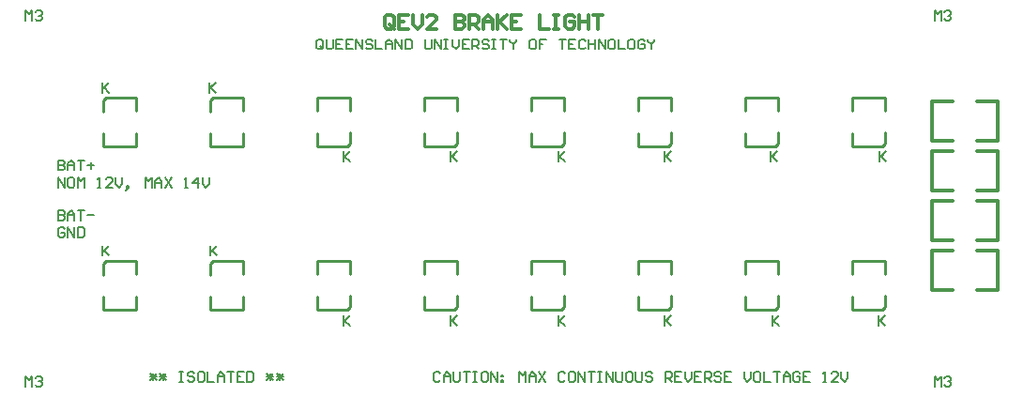
<source format=gto>
G04*
G04 #@! TF.GenerationSoftware,Altium Limited,Altium Designer,19.0.15 (446)*
G04*
G04 Layer_Color=65535*
%FSLAX25Y25*%
%MOIN*%
G70*
G01*
G75*
%ADD10C,0.01000*%
%ADD11C,0.01200*%
%ADD12C,0.00800*%
%ADD13C,0.01201*%
D10*
X244094Y31339D02*
Y36063D01*
Y31339D02*
X254921D01*
X244094Y43900D02*
Y48661D01*
X255906D01*
X254921Y31339D02*
X255906Y32323D01*
Y35079D01*
Y36260D01*
Y44000D02*
Y48661D01*
X320094Y101900D02*
Y106661D01*
X331906Y102000D02*
Y106661D01*
X320094D02*
X331906D01*
X320094Y89339D02*
Y94063D01*
Y89339D02*
X330921D01*
X331906Y93079D02*
Y94260D01*
X330921Y89339D02*
X331906Y90323D01*
Y93079D01*
X282095Y101900D02*
Y106661D01*
X293905Y102000D02*
Y106661D01*
X282095D02*
X293905D01*
X282095Y89339D02*
Y94063D01*
Y89339D02*
X292921D01*
X293905Y93079D02*
Y94260D01*
X292921Y89339D02*
X293905Y90323D01*
Y93079D01*
X65905Y89339D02*
Y94100D01*
X54094Y89339D02*
Y94000D01*
Y89339D02*
X65905D01*
Y101937D02*
Y106661D01*
X55079D02*
X65905D01*
X54094Y101740D02*
Y102921D01*
Y105677D02*
X55079Y106661D01*
X54094Y102921D02*
Y105677D01*
X103905Y89339D02*
Y94100D01*
X92094Y89339D02*
Y94000D01*
Y89339D02*
X103905D01*
Y101937D02*
Y106661D01*
X93079D02*
X103905D01*
X92094Y101740D02*
Y102921D01*
Y105677D02*
X93079Y106661D01*
X92094Y102921D02*
Y105677D01*
X244094Y101900D02*
Y106661D01*
X255906Y102000D02*
Y106661D01*
X244094D02*
X255906D01*
X244094Y89339D02*
Y94063D01*
Y89339D02*
X254921D01*
X255906Y93079D02*
Y94260D01*
X254921Y89339D02*
X255906Y90323D01*
Y93079D01*
X206095Y101900D02*
Y106661D01*
X217905Y102000D02*
Y106661D01*
X206095D02*
X217905D01*
X206095Y89339D02*
Y94063D01*
Y89339D02*
X216921D01*
X217905Y93079D02*
Y94260D01*
X216921Y89339D02*
X217905Y90323D01*
Y93079D01*
X168095Y101900D02*
Y106661D01*
X179905Y102000D02*
Y106661D01*
X168095D02*
X179905D01*
X168095Y89339D02*
Y94063D01*
Y89339D02*
X178921D01*
X179905Y93079D02*
Y94260D01*
X178921Y89339D02*
X179905Y90323D01*
Y93079D01*
X130095Y101900D02*
Y106661D01*
X141905Y102000D02*
Y106661D01*
X130095D02*
X141905D01*
X130095Y89339D02*
Y94063D01*
Y89339D02*
X140921D01*
X141905Y93079D02*
Y94260D01*
X140921Y89339D02*
X141905Y90323D01*
Y93079D01*
X320094Y43900D02*
Y48661D01*
X331906Y44000D02*
Y48661D01*
X320094D02*
X331906D01*
X320094Y31339D02*
Y36063D01*
Y31339D02*
X330921D01*
X331906Y35079D02*
Y36260D01*
X330921Y31339D02*
X331906Y32323D01*
Y35079D01*
X282095Y43900D02*
Y48661D01*
X293905Y44000D02*
Y48661D01*
X282095D02*
X293905D01*
X282095Y31339D02*
Y36063D01*
Y31339D02*
X292921D01*
X293905Y35079D02*
Y36260D01*
X292921Y31339D02*
X293905Y32323D01*
Y35079D01*
X65905Y31339D02*
Y36100D01*
X54094Y31339D02*
Y36000D01*
Y31339D02*
X65905D01*
Y43937D02*
Y48661D01*
X55079D02*
X65905D01*
X54094Y43740D02*
Y44921D01*
Y47677D02*
X55079Y48661D01*
X54094Y44921D02*
Y47677D01*
X103905Y31339D02*
Y36100D01*
X92094Y31339D02*
Y36000D01*
Y31339D02*
X103905D01*
Y43937D02*
Y48661D01*
X93079D02*
X103905D01*
X92094Y43740D02*
Y44921D01*
Y47677D02*
X93079Y48661D01*
X92094Y44921D02*
Y47677D01*
X206095Y43900D02*
Y48661D01*
X217905Y44000D02*
Y48661D01*
X206095D02*
X217905D01*
X206095Y31339D02*
Y36063D01*
Y31339D02*
X216921D01*
X217905Y35079D02*
Y36260D01*
X216921Y31339D02*
X217905Y32323D01*
Y35079D01*
X168095Y43900D02*
Y48661D01*
X179905Y44000D02*
Y48661D01*
X168095D02*
X179905D01*
X168095Y31339D02*
Y36063D01*
Y31339D02*
X178921D01*
X179905Y35079D02*
Y36260D01*
X178921Y31339D02*
X179905Y32323D01*
Y35079D01*
X130095Y43900D02*
Y48661D01*
X141905Y44000D02*
Y48661D01*
X130095D02*
X141905D01*
X130095Y31339D02*
Y36063D01*
Y31339D02*
X140921D01*
X141905Y35079D02*
Y36260D01*
X140921Y31339D02*
X141905Y32323D01*
Y35079D01*
D11*
X348486Y52276D02*
X355986D01*
X348486Y38276D02*
X355986D01*
X364486D02*
X371986D01*
X364486Y52276D02*
X371986D01*
X348486Y38276D02*
Y52276D01*
X371986Y38276D02*
Y52276D01*
Y55992D02*
Y69992D01*
X348486Y55992D02*
Y69992D01*
X364486D02*
X371986D01*
X364486Y55992D02*
X371986D01*
X348486D02*
X355986D01*
X348486Y69992D02*
X355986D01*
X371986Y73709D02*
Y87709D01*
X348486Y73709D02*
Y87709D01*
X364486D02*
X371986D01*
X364486Y73709D02*
X371986D01*
X348486D02*
X355986D01*
X348486Y87709D02*
X355986D01*
X371986Y91425D02*
Y105425D01*
X348486Y91425D02*
Y105425D01*
X364486D02*
X371986D01*
X364486Y91425D02*
X371986D01*
X348486D02*
X355986D01*
X348486Y105425D02*
X355986D01*
D12*
X53952Y54112D02*
Y50613D01*
Y51779D01*
X56284Y54112D01*
X54535Y52362D01*
X56284Y50613D01*
X26612Y4156D02*
Y7655D01*
X27778Y6489D01*
X28944Y7655D01*
Y4156D01*
X30111Y7072D02*
X30694Y7655D01*
X31860D01*
X32443Y7072D01*
Y6489D01*
X31860Y5906D01*
X31277D01*
X31860D01*
X32443Y5322D01*
Y4739D01*
X31860Y4156D01*
X30694D01*
X30111Y4739D01*
X329936Y87576D02*
Y84077D01*
Y85244D01*
X332269Y87576D01*
X330519Y85827D01*
X332269Y84077D01*
X253558Y87576D02*
Y84077D01*
Y85244D01*
X255891Y87576D01*
X254141Y85827D01*
X255891Y84077D01*
X38202Y84418D02*
Y80920D01*
X39951D01*
X40534Y81503D01*
Y82086D01*
X39951Y82669D01*
X38202D01*
X39951D01*
X40534Y83252D01*
Y83835D01*
X39951Y84418D01*
X38202D01*
X41700Y80920D02*
Y83252D01*
X42867Y84418D01*
X44033Y83252D01*
Y80920D01*
Y82669D01*
X41700D01*
X45199Y84418D02*
X47532D01*
X46366D01*
Y80920D01*
X48698Y82669D02*
X51031D01*
X49865Y83835D02*
Y81503D01*
X38202Y74801D02*
Y78300D01*
X40534Y74801D01*
Y78300D01*
X43450D02*
X42284D01*
X41700Y77717D01*
Y75384D01*
X42284Y74801D01*
X43450D01*
X44033Y75384D01*
Y77717D01*
X43450Y78300D01*
X45199Y74801D02*
Y78300D01*
X46366Y77134D01*
X47532Y78300D01*
Y74801D01*
X52197D02*
X53363D01*
X52780D01*
Y78300D01*
X52197Y77717D01*
X57445Y74801D02*
X55113D01*
X57445Y77134D01*
Y77717D01*
X56862Y78300D01*
X55696D01*
X55113Y77717D01*
X58612Y78300D02*
Y75967D01*
X59778Y74801D01*
X60944Y75967D01*
Y78300D01*
X62694Y74218D02*
X63277Y74801D01*
Y75384D01*
X62694D01*
Y74801D01*
X63277D01*
X62694Y74218D01*
X62111Y73635D01*
X69108Y74801D02*
Y78300D01*
X70275Y77134D01*
X71441Y78300D01*
Y74801D01*
X72607D02*
Y77134D01*
X73773Y78300D01*
X74940Y77134D01*
Y74801D01*
Y76550D01*
X72607D01*
X76106Y78300D02*
X78439Y74801D01*
Y78300D02*
X76106Y74801D01*
X83104D02*
X84270D01*
X83687D01*
Y78300D01*
X83104Y77717D01*
X87769Y74801D02*
Y78300D01*
X86019Y76550D01*
X88352D01*
X89518Y78300D02*
Y75967D01*
X90685Y74801D01*
X91851Y75967D01*
Y78300D01*
X26612Y134077D02*
Y137576D01*
X27778Y136410D01*
X28944Y137576D01*
Y134077D01*
X30111Y136993D02*
X30694Y137576D01*
X31860D01*
X32443Y136993D01*
Y136410D01*
X31860Y135827D01*
X31277D01*
X31860D01*
X32443Y135244D01*
Y134660D01*
X31860Y134077D01*
X30694D01*
X30111Y134660D01*
X38202Y66717D02*
Y63218D01*
X39951D01*
X40534Y63801D01*
Y64384D01*
X39951Y64967D01*
X38202D01*
X39951D01*
X40534Y65550D01*
Y66134D01*
X39951Y66717D01*
X38202D01*
X41700Y63218D02*
Y65550D01*
X42867Y66717D01*
X44033Y65550D01*
Y63218D01*
Y64967D01*
X41700D01*
X45199Y66717D02*
X47532D01*
X46366D01*
Y63218D01*
X48698Y64967D02*
X51031D01*
X40534Y60015D02*
X39951Y60598D01*
X38785D01*
X38202Y60015D01*
Y57682D01*
X38785Y57099D01*
X39951D01*
X40534Y57682D01*
Y58849D01*
X39368D01*
X41700Y57099D02*
Y60598D01*
X44033Y57099D01*
Y60598D01*
X45199D02*
Y57099D01*
X46949D01*
X47532Y57682D01*
Y60015D01*
X46949Y60598D01*
X45199D01*
X291747Y29309D02*
Y25810D01*
Y26976D01*
X294080Y29309D01*
X292330Y27559D01*
X294080Y25810D01*
X291353Y87576D02*
Y84077D01*
Y85244D01*
X293686Y87576D01*
X291936Y85827D01*
X293686Y84077D01*
X139385Y29309D02*
Y25810D01*
Y26976D01*
X141718Y29309D01*
X139968Y27559D01*
X141718Y25810D01*
X132229Y124521D02*
Y126854D01*
X131646Y127437D01*
X130480D01*
X129897Y126854D01*
Y124521D01*
X130480Y123938D01*
X131646D01*
X131063Y125104D02*
X132229Y123938D01*
X131646D02*
X132229Y124521D01*
X133396Y127437D02*
Y124521D01*
X133979Y123938D01*
X135145D01*
X135728Y124521D01*
Y127437D01*
X139227D02*
X136894D01*
Y123938D01*
X139227D01*
X136894Y125688D02*
X138061D01*
X142726Y127437D02*
X140393D01*
Y123938D01*
X142726D01*
X140393Y125688D02*
X141560D01*
X143892Y123938D02*
Y127437D01*
X146225Y123938D01*
Y127437D01*
X149724Y126854D02*
X149141Y127437D01*
X147974D01*
X147391Y126854D01*
Y126271D01*
X147974Y125688D01*
X149141D01*
X149724Y125104D01*
Y124521D01*
X149141Y123938D01*
X147974D01*
X147391Y124521D01*
X150890Y127437D02*
Y123938D01*
X153223D01*
X154389D02*
Y126271D01*
X155555Y127437D01*
X156721Y126271D01*
Y123938D01*
Y125688D01*
X154389D01*
X157888Y123938D02*
Y127437D01*
X160220Y123938D01*
Y127437D01*
X161387D02*
Y123938D01*
X163136D01*
X163719Y124521D01*
Y126854D01*
X163136Y127437D01*
X161387D01*
X168384D02*
Y124521D01*
X168967Y123938D01*
X170134D01*
X170717Y124521D01*
Y127437D01*
X171883Y123938D02*
Y127437D01*
X174216Y123938D01*
Y127437D01*
X175382D02*
X176548D01*
X175965D01*
Y123938D01*
X175382D01*
X176548D01*
X178298Y127437D02*
Y125104D01*
X179464Y123938D01*
X180630Y125104D01*
Y127437D01*
X184129D02*
X181797D01*
Y123938D01*
X184129D01*
X181797Y125688D02*
X182963D01*
X185295Y123938D02*
Y127437D01*
X187045D01*
X187628Y126854D01*
Y125688D01*
X187045Y125104D01*
X185295D01*
X186462D02*
X187628Y123938D01*
X191127Y126854D02*
X190544Y127437D01*
X189377D01*
X188794Y126854D01*
Y126271D01*
X189377Y125688D01*
X190544D01*
X191127Y125104D01*
Y124521D01*
X190544Y123938D01*
X189377D01*
X188794Y124521D01*
X192293Y127437D02*
X193459D01*
X192876D01*
Y123938D01*
X192293D01*
X193459D01*
X195209Y127437D02*
X197541D01*
X196375D01*
Y123938D01*
X198708Y127437D02*
Y126854D01*
X199874Y125688D01*
X201040Y126854D01*
Y127437D01*
X199874Y125688D02*
Y123938D01*
X207455Y127437D02*
X206289D01*
X205705Y126854D01*
Y124521D01*
X206289Y123938D01*
X207455D01*
X208038Y124521D01*
Y126854D01*
X207455Y127437D01*
X211537D02*
X209204D01*
Y125688D01*
X210371D01*
X209204D01*
Y123938D01*
X216202Y127437D02*
X218535D01*
X217368D01*
Y123938D01*
X222034Y127437D02*
X219701D01*
Y123938D01*
X222034D01*
X219701Y125688D02*
X220867D01*
X225533Y126854D02*
X224949Y127437D01*
X223783D01*
X223200Y126854D01*
Y124521D01*
X223783Y123938D01*
X224949D01*
X225533Y124521D01*
X226699Y127437D02*
Y123938D01*
Y125688D01*
X229031D01*
Y127437D01*
Y123938D01*
X230198D02*
Y127437D01*
X232530Y123938D01*
Y127437D01*
X235446D02*
X234280D01*
X233697Y126854D01*
Y124521D01*
X234280Y123938D01*
X235446D01*
X236029Y124521D01*
Y126854D01*
X235446Y127437D01*
X237195D02*
Y123938D01*
X239528D01*
X242444Y127437D02*
X241277D01*
X240694Y126854D01*
Y124521D01*
X241277Y123938D01*
X242444D01*
X243027Y124521D01*
Y126854D01*
X242444Y127437D01*
X246526Y126854D02*
X245942Y127437D01*
X244776D01*
X244193Y126854D01*
Y124521D01*
X244776Y123938D01*
X245942D01*
X246526Y124521D01*
Y125688D01*
X245359D01*
X247692Y127437D02*
Y126854D01*
X248858Y125688D01*
X250025Y126854D01*
Y127437D01*
X248858Y125688D02*
Y123938D01*
X349447Y4156D02*
Y7655D01*
X350613Y6489D01*
X351779Y7655D01*
Y4156D01*
X352945Y7072D02*
X353528Y7655D01*
X354695D01*
X355278Y7072D01*
Y6489D01*
X354695Y5906D01*
X354112D01*
X354695D01*
X355278Y5322D01*
Y4739D01*
X354695Y4156D01*
X353528D01*
X352945Y4739D01*
X91747Y111986D02*
Y108487D01*
Y109653D01*
X94080Y111986D01*
X92330Y110236D01*
X94080Y108487D01*
X177574Y87576D02*
Y84077D01*
Y85244D01*
X179906Y87576D01*
X178157Y85827D01*
X179906Y84077D01*
X92141Y54112D02*
Y50613D01*
Y51779D01*
X94473Y54112D01*
X92724Y52362D01*
X94473Y50613D01*
X139385Y87576D02*
Y84077D01*
Y85244D01*
X141718Y87576D01*
X139968Y85827D01*
X141718Y84077D01*
X215763Y87576D02*
Y84077D01*
Y85244D01*
X218095Y87576D01*
X216346Y85827D01*
X218095Y84077D01*
X173935Y8743D02*
X173352Y9327D01*
X172186D01*
X171602Y8743D01*
Y6411D01*
X172186Y5828D01*
X173352D01*
X173935Y6411D01*
X175101Y5828D02*
Y8160D01*
X176268Y9327D01*
X177434Y8160D01*
Y5828D01*
Y7577D01*
X175101D01*
X178600Y9327D02*
Y6411D01*
X179183Y5828D01*
X180350D01*
X180933Y6411D01*
Y9327D01*
X182099D02*
X184432D01*
X183265D01*
Y5828D01*
X185598Y9327D02*
X186764D01*
X186181D01*
Y5828D01*
X185598D01*
X186764D01*
X190263Y9327D02*
X189097D01*
X188514Y8743D01*
Y6411D01*
X189097Y5828D01*
X190263D01*
X190846Y6411D01*
Y8743D01*
X190263Y9327D01*
X192013Y5828D02*
Y9327D01*
X194345Y5828D01*
Y9327D01*
X195511Y8160D02*
X196095D01*
Y7577D01*
X195511D01*
Y8160D01*
Y6411D02*
X196095D01*
Y5828D01*
X195511D01*
Y6411D01*
X201926Y5828D02*
Y9327D01*
X203092Y8160D01*
X204259Y9327D01*
Y5828D01*
X205425D02*
Y8160D01*
X206591Y9327D01*
X207757Y8160D01*
Y5828D01*
Y7577D01*
X205425D01*
X208924Y9327D02*
X211256Y5828D01*
Y9327D02*
X208924Y5828D01*
X218254Y8743D02*
X217671Y9327D01*
X216505D01*
X215921Y8743D01*
Y6411D01*
X216505Y5828D01*
X217671D01*
X218254Y6411D01*
X221170Y9327D02*
X220004D01*
X219420Y8743D01*
Y6411D01*
X220004Y5828D01*
X221170D01*
X221753Y6411D01*
Y8743D01*
X221170Y9327D01*
X222919Y5828D02*
Y9327D01*
X225252Y5828D01*
Y9327D01*
X226418D02*
X228751D01*
X227584D01*
Y5828D01*
X229917Y9327D02*
X231083D01*
X230500D01*
Y5828D01*
X229917D01*
X231083D01*
X232833D02*
Y9327D01*
X235165Y5828D01*
Y9327D01*
X236332D02*
Y6411D01*
X236915Y5828D01*
X238081D01*
X238664Y6411D01*
Y9327D01*
X241580D02*
X240414D01*
X239830Y8743D01*
Y6411D01*
X240414Y5828D01*
X241580D01*
X242163Y6411D01*
Y8743D01*
X241580Y9327D01*
X243329D02*
Y6411D01*
X243912Y5828D01*
X245079D01*
X245662Y6411D01*
Y9327D01*
X249161Y8743D02*
X248578Y9327D01*
X247411D01*
X246828Y8743D01*
Y8160D01*
X247411Y7577D01*
X248578D01*
X249161Y6994D01*
Y6411D01*
X248578Y5828D01*
X247411D01*
X246828Y6411D01*
X253826Y5828D02*
Y9327D01*
X255575D01*
X256158Y8743D01*
Y7577D01*
X255575Y6994D01*
X253826D01*
X254992D02*
X256158Y5828D01*
X259657Y9327D02*
X257325D01*
Y5828D01*
X259657D01*
X257325Y7577D02*
X258491D01*
X260824Y9327D02*
Y6994D01*
X261990Y5828D01*
X263156Y6994D01*
Y9327D01*
X266655D02*
X264322D01*
Y5828D01*
X266655D01*
X264322Y7577D02*
X265489D01*
X267821Y5828D02*
Y9327D01*
X269571D01*
X270154Y8743D01*
Y7577D01*
X269571Y6994D01*
X267821D01*
X268988D02*
X270154Y5828D01*
X273653Y8743D02*
X273070Y9327D01*
X271903D01*
X271320Y8743D01*
Y8160D01*
X271903Y7577D01*
X273070D01*
X273653Y6994D01*
Y6411D01*
X273070Y5828D01*
X271903D01*
X271320Y6411D01*
X277152Y9327D02*
X274819D01*
Y5828D01*
X277152D01*
X274819Y7577D02*
X275985D01*
X281817Y9327D02*
Y6994D01*
X282983Y5828D01*
X284149Y6994D01*
Y9327D01*
X287065D02*
X285899D01*
X285316Y8743D01*
Y6411D01*
X285899Y5828D01*
X287065D01*
X287648Y6411D01*
Y8743D01*
X287065Y9327D01*
X288815D02*
Y5828D01*
X291147D01*
X292314Y9327D02*
X294646D01*
X293480D01*
Y5828D01*
X295812D02*
Y8160D01*
X296979Y9327D01*
X298145Y8160D01*
Y5828D01*
Y7577D01*
X295812D01*
X301644Y8743D02*
X301061Y9327D01*
X299894D01*
X299311Y8743D01*
Y6411D01*
X299894Y5828D01*
X301061D01*
X301644Y6411D01*
Y7577D01*
X300478D01*
X305143Y9327D02*
X302810D01*
Y5828D01*
X305143D01*
X302810Y7577D02*
X303976D01*
X309808Y5828D02*
X310974D01*
X310391D01*
Y9327D01*
X309808Y8743D01*
X315056Y5828D02*
X312723D01*
X315056Y8160D01*
Y8743D01*
X314473Y9327D01*
X313307D01*
X312723Y8743D01*
X316222Y9327D02*
Y6994D01*
X317389Y5828D01*
X318555Y6994D01*
Y9327D01*
X349447Y134077D02*
Y137576D01*
X350613Y136410D01*
X351779Y137576D01*
Y134077D01*
X352945Y136993D02*
X353528Y137576D01*
X354695D01*
X355278Y136993D01*
Y136410D01*
X354695Y135827D01*
X354112D01*
X354695D01*
X355278Y135244D01*
Y134660D01*
X354695Y134077D01*
X353528D01*
X352945Y134660D01*
X253558Y29309D02*
Y25810D01*
Y26976D01*
X255891Y29309D01*
X254141Y27559D01*
X255891Y25810D01*
X53952Y111986D02*
Y108487D01*
Y109653D01*
X56284Y111986D01*
X54535Y110236D01*
X56284Y108487D01*
X215763Y29309D02*
Y25810D01*
Y26976D01*
X218095Y29309D01*
X216346Y27559D01*
X218095Y25810D01*
X70871Y8743D02*
X73203Y6411D01*
X70871D02*
X73203Y8743D01*
X70871Y7577D02*
X73203D01*
X72037Y6411D02*
Y8743D01*
X74370D02*
X76702Y6411D01*
X74370D02*
X76702Y8743D01*
X74370Y7577D02*
X76702D01*
X75536Y6411D02*
Y8743D01*
X81367Y9327D02*
X82534D01*
X81951D01*
Y5828D01*
X81367D01*
X82534D01*
X86616Y8743D02*
X86033Y9327D01*
X84866D01*
X84283Y8743D01*
Y8160D01*
X84866Y7577D01*
X86033D01*
X86616Y6994D01*
Y6411D01*
X86033Y5828D01*
X84866D01*
X84283Y6411D01*
X89531Y9327D02*
X88365D01*
X87782Y8743D01*
Y6411D01*
X88365Y5828D01*
X89531D01*
X90115Y6411D01*
Y8743D01*
X89531Y9327D01*
X91281D02*
Y5828D01*
X93613D01*
X94780D02*
Y8160D01*
X95946Y9327D01*
X97112Y8160D01*
Y5828D01*
Y7577D01*
X94780D01*
X98279Y9327D02*
X100611D01*
X99445D01*
Y5828D01*
X104110Y9327D02*
X101778D01*
Y5828D01*
X104110D01*
X101778Y7577D02*
X102944D01*
X105276Y9327D02*
Y5828D01*
X107026D01*
X107609Y6411D01*
Y8743D01*
X107026Y9327D01*
X105276D01*
X112274Y8743D02*
X114607Y6411D01*
X112274D02*
X114607Y8743D01*
X112274Y7577D02*
X114607D01*
X113440Y6411D02*
Y8743D01*
X115773D02*
X118105Y6411D01*
X115773D02*
X118105Y8743D01*
X115773Y7577D02*
X118105D01*
X116939Y6411D02*
Y8743D01*
X177574Y29309D02*
Y25810D01*
Y26976D01*
X179906Y29309D01*
X178157Y27559D01*
X179906Y25810D01*
X329542Y29309D02*
Y25810D01*
Y26976D01*
X331875Y29309D01*
X330125Y27559D01*
X331875Y25810D01*
D13*
X157508Y131955D02*
Y135287D01*
X156675Y136120D01*
X155009D01*
X154176Y135287D01*
Y131955D01*
X155009Y131122D01*
X156675D01*
X155842Y132788D02*
X157508Y131122D01*
X156675D02*
X157508Y131955D01*
X162507Y136120D02*
X159174D01*
Y131122D01*
X162507D01*
X159174Y133621D02*
X160840D01*
X164173Y136120D02*
Y132788D01*
X165839Y131122D01*
X167505Y132788D01*
Y136120D01*
X172503Y131122D02*
X169171D01*
X172503Y134454D01*
Y135287D01*
X171670Y136120D01*
X170004D01*
X169171Y135287D01*
X179168Y136120D02*
Y131122D01*
X181667D01*
X182500Y131955D01*
Y132788D01*
X181667Y133621D01*
X179168D01*
X181667D01*
X182500Y134454D01*
Y135287D01*
X181667Y136120D01*
X179168D01*
X184166Y131122D02*
Y136120D01*
X186665D01*
X187498Y135287D01*
Y133621D01*
X186665Y132788D01*
X184166D01*
X185832D02*
X187498Y131122D01*
X189165D02*
Y134454D01*
X190831Y136120D01*
X192497Y134454D01*
Y131122D01*
Y133621D01*
X189165D01*
X194163Y136120D02*
Y131122D01*
Y132788D01*
X197495Y136120D01*
X194996Y133621D01*
X197495Y131122D01*
X202494Y136120D02*
X199161D01*
Y131122D01*
X202494D01*
X199161Y133621D02*
X200828D01*
X209158Y136120D02*
Y131122D01*
X212490D01*
X214157Y136120D02*
X215823D01*
X214990D01*
Y131122D01*
X214157D01*
X215823D01*
X221654Y135287D02*
X220821Y136120D01*
X219155D01*
X218322Y135287D01*
Y131955D01*
X219155Y131122D01*
X220821D01*
X221654Y131955D01*
Y133621D01*
X219988D01*
X223320Y136120D02*
Y131122D01*
Y133621D01*
X226652D01*
Y136120D01*
Y131122D01*
X228319Y136120D02*
X231651D01*
X229985D01*
Y131122D01*
M02*

</source>
